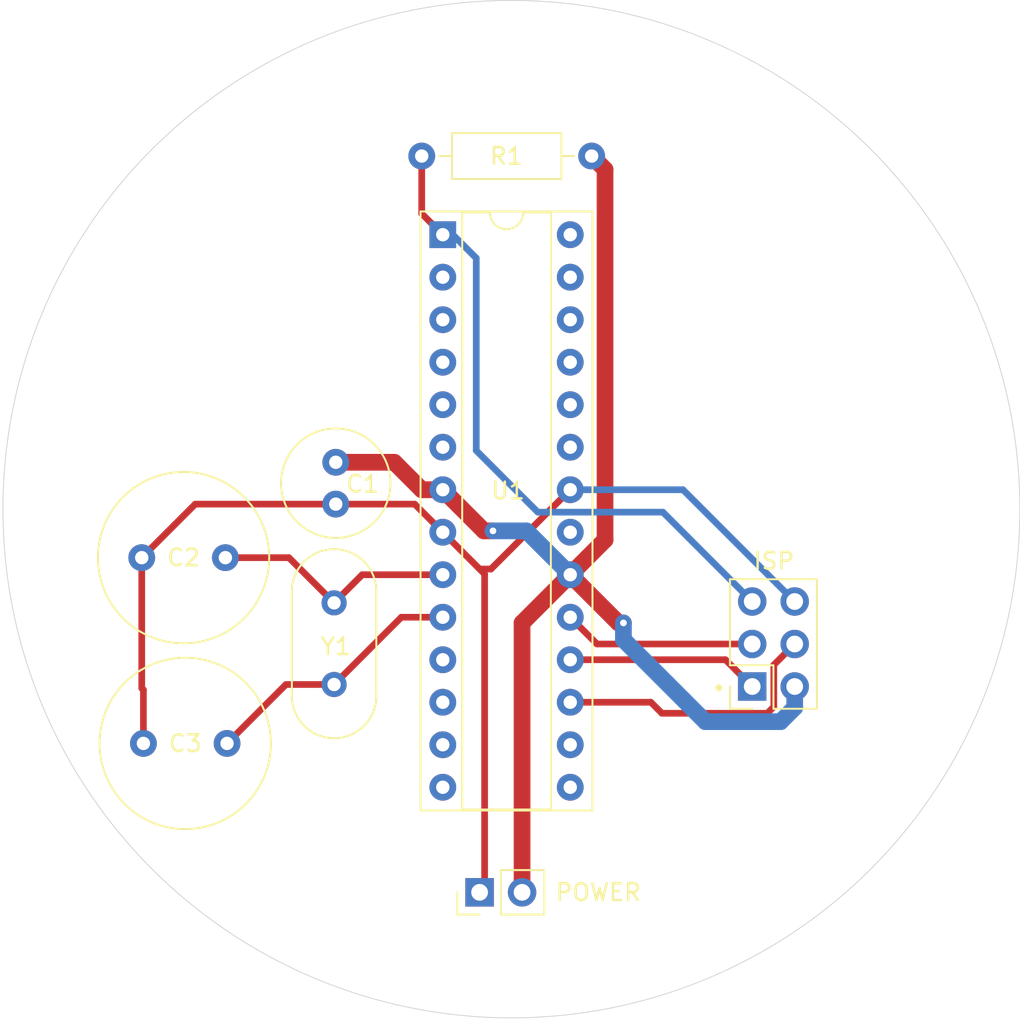
<source format=kicad_pcb>
(kicad_pcb (version 20171130) (host pcbnew "(5.1.8-0-10_14)")

  (general
    (thickness 1.6)
    (drawings 5)
    (tracks 62)
    (zones 0)
    (modules 12)
    (nets 9)
  )

  (page A4)
  (layers
    (0 F.Cu signal)
    (31 B.Cu signal)
    (32 B.Adhes user hide)
    (33 F.Adhes user hide)
    (34 B.Paste user hide)
    (35 F.Paste user hide)
    (36 B.SilkS user)
    (37 F.SilkS user)
    (38 B.Mask user hide)
    (39 F.Mask user hide)
    (40 Dwgs.User user hide)
    (41 Cmts.User user hide)
    (42 Eco1.User user hide)
    (43 Eco2.User user hide)
    (44 Edge.Cuts user)
    (45 Margin user)
    (46 B.CrtYd user hide)
    (47 F.CrtYd user hide)
    (48 B.Fab user hide)
    (49 F.Fab user hide)
  )

  (setup
    (last_trace_width 0.4)
    (trace_clearance 0.2)
    (zone_clearance 0.508)
    (zone_45_only no)
    (trace_min 0.2)
    (via_size 0.8)
    (via_drill 0.4)
    (via_min_size 0.4)
    (via_min_drill 0.3)
    (uvia_size 0.3)
    (uvia_drill 0.1)
    (uvias_allowed no)
    (uvia_min_size 0.2)
    (uvia_min_drill 0.1)
    (edge_width 0.05)
    (segment_width 0.2)
    (pcb_text_width 0.3)
    (pcb_text_size 1.5 1.5)
    (mod_edge_width 0.12)
    (mod_text_size 1 1)
    (mod_text_width 0.15)
    (pad_size 1.524 1.524)
    (pad_drill 0.762)
    (pad_to_mask_clearance 0)
    (aux_axis_origin 0 0)
    (visible_elements FFFFFF7F)
    (pcbplotparams
      (layerselection 0x010fc_ffffffff)
      (usegerberextensions false)
      (usegerberattributes true)
      (usegerberadvancedattributes true)
      (creategerberjobfile true)
      (excludeedgelayer true)
      (linewidth 0.100000)
      (plotframeref false)
      (viasonmask false)
      (mode 1)
      (useauxorigin false)
      (hpglpennumber 1)
      (hpglpenspeed 20)
      (hpglpendiameter 15.000000)
      (psnegative false)
      (psa4output false)
      (plotreference true)
      (plotvalue true)
      (plotinvisibletext false)
      (padsonsilk false)
      (subtractmaskfromsilk false)
      (outputformat 1)
      (mirror false)
      (drillshape 1)
      (scaleselection 1)
      (outputdirectory ""))
  )

  (net 0 "")
  (net 1 GND)
  (net 2 +5V)
  (net 3 "Net-(C2-Pad2)")
  (net 4 "Net-(C3-Pad2)")
  (net 5 /RESET)
  (net 6 /MOSI)
  (net 7 /SCK)
  (net 8 /MISO)

  (net_class Default "This is the default net class."
    (clearance 0.2)
    (trace_width 0.4)
    (via_dia 0.8)
    (via_drill 0.4)
    (uvia_dia 0.3)
    (uvia_drill 0.1)
    (add_net +5V)
    (add_net /MISO)
    (add_net /MOSI)
    (add_net /RESET)
    (add_net /SCK)
    (add_net GND)
    (add_net "Net-(C2-Pad2)")
    (add_net "Net-(C3-Pad2)")
    (add_net "Net-(U1-Pad11)")
    (add_net "Net-(U1-Pad12)")
    (add_net "Net-(U1-Pad13)")
    (add_net "Net-(U1-Pad14)")
    (add_net "Net-(U1-Pad15)")
    (add_net "Net-(U1-Pad16)")
    (add_net "Net-(U1-Pad2)")
    (add_net "Net-(U1-Pad21)")
    (add_net "Net-(U1-Pad23)")
    (add_net "Net-(U1-Pad24)")
    (add_net "Net-(U1-Pad25)")
    (add_net "Net-(U1-Pad26)")
    (add_net "Net-(U1-Pad27)")
    (add_net "Net-(U1-Pad28)")
    (add_net "Net-(U1-Pad3)")
    (add_net "Net-(U1-Pad4)")
    (add_net "Net-(U1-Pad5)")
    (add_net "Net-(U1-Pad6)")
  )

  (net_class PWR ""
    (clearance 0.2)
    (trace_width 1)
    (via_dia 0.8)
    (via_drill 0.4)
    (uvia_dia 0.3)
    (uvia_drill 0.1)
  )

  (module MountingHole:MountingHole_3.2mm_M3 (layer F.Cu) (tedit 56D1B4CB) (tstamp 615CEC98)
    (at 129.5 72.1)
    (descr "Mounting Hole 3.2mm, no annular, M3")
    (tags "mounting hole 3.2mm no annular m3")
    (path /6162CBFC)
    (attr virtual)
    (fp_text reference H4 (at 0 -4.2) (layer F.Fab)
      (effects (font (size 1 1) (thickness 0.15)))
    )
    (fp_text value MountingHole (at 0 4.2) (layer F.Fab)
      (effects (font (size 1 1) (thickness 0.15)))
    )
    (fp_text user %R (at 0.3 0) (layer F.Fab)
      (effects (font (size 1 1) (thickness 0.15)))
    )
    (fp_circle (center 0 0) (end 3.2 0) (layer Cmts.User) (width 0.15))
    (fp_circle (center 0 0) (end 3.45 0) (layer F.CrtYd) (width 0.05))
    (pad 1 np_thru_hole circle (at 0 0) (size 3.2 3.2) (drill 3.2) (layers *.Cu *.Mask))
  )

  (module MountingHole:MountingHole_3.2mm_M3 (layer F.Cu) (tedit 56D1B4CB) (tstamp 615CEE24)
    (at 183.4 72.1)
    (descr "Mounting Hole 3.2mm, no annular, M3")
    (tags "mounting hole 3.2mm no annular m3")
    (path /6162CBA7)
    (attr virtual)
    (fp_text reference H3 (at 0 -4.2) (layer F.Fab)
      (effects (font (size 1 1) (thickness 0.15)))
    )
    (fp_text value MountingHole (at 0 4.2) (layer F.Fab)
      (effects (font (size 1 1) (thickness 0.15)))
    )
    (fp_text user %R (at 0.3 0) (layer F.Fab)
      (effects (font (size 1 1) (thickness 0.15)))
    )
    (fp_circle (center 0 0) (end 3.2 0) (layer Cmts.User) (width 0.15))
    (fp_circle (center 0 0) (end 3.45 0) (layer F.CrtYd) (width 0.05))
    (pad 1 np_thru_hole circle (at 0 0) (size 3.2 3.2) (drill 3.2) (layers *.Cu *.Mask))
  )

  (module MountingHole:MountingHole_3.2mm_M3 (layer F.Cu) (tedit 56D1B4CB) (tstamp 615CEC88)
    (at 156.9 45.4)
    (descr "Mounting Hole 3.2mm, no annular, M3")
    (tags "mounting hole 3.2mm no annular m3")
    (path /6162C8FF)
    (attr virtual)
    (fp_text reference H2 (at 0 -4.2) (layer F.Fab)
      (effects (font (size 1 1) (thickness 0.15)))
    )
    (fp_text value MountingHole (at 0 4.2) (layer F.Fab)
      (effects (font (size 1 1) (thickness 0.15)))
    )
    (fp_text user %R (at 0.3 0) (layer F.Fab)
      (effects (font (size 1 1) (thickness 0.15)))
    )
    (fp_circle (center 0 0) (end 3.2 0) (layer Cmts.User) (width 0.15))
    (fp_circle (center 0 0) (end 3.45 0) (layer F.CrtYd) (width 0.05))
    (pad 1 np_thru_hole circle (at 0 0) (size 3.2 3.2) (drill 3.2) (layers *.Cu *.Mask))
  )

  (module MountingHole:MountingHole_3.2mm_M3 (layer F.Cu) (tedit 56D1B4CB) (tstamp 615CEC80)
    (at 156.9 99.4)
    (descr "Mounting Hole 3.2mm, no annular, M3")
    (tags "mounting hole 3.2mm no annular m3")
    (path /6162C3BB)
    (attr virtual)
    (fp_text reference H1 (at 0 -4.2) (layer F.Fab)
      (effects (font (size 1 1) (thickness 0.15)))
    )
    (fp_text value MountingHole (at 0 4.2) (layer F.Fab)
      (effects (font (size 1 1) (thickness 0.15)))
    )
    (fp_text user %R (at 0.3 0) (layer F.Fab)
      (effects (font (size 1 1) (thickness 0.15)))
    )
    (fp_circle (center 0 0) (end 3.2 0) (layer Cmts.User) (width 0.15))
    (fp_circle (center 0 0) (end 3.45 0) (layer F.CrtYd) (width 0.05))
    (pad 1 np_thru_hole circle (at 0 0) (size 3.2 3.2) (drill 3.2) (layers *.Cu *.Mask))
  )

  (module Connector_PinHeader_2.54mm:PinHeader_1x02_P2.54mm_Vertical (layer F.Cu) (tedit 59FED5CC) (tstamp 615CDF81)
    (at 154.7 95 90)
    (descr "Through hole straight pin header, 1x02, 2.54mm pitch, single row")
    (tags "Through hole pin header THT 1x02 2.54mm single row")
    (path /6161A42A)
    (fp_text reference J2 (at 0 -2.8 180) (layer F.Fab)
      (effects (font (size 1 1) (thickness 0.15)))
    )
    (fp_text value PWR (at 0 4.87 90) (layer F.Fab)
      (effects (font (size 1 1) (thickness 0.15)))
    )
    (fp_text user %R (at 0 1.27) (layer F.Fab)
      (effects (font (size 1 1) (thickness 0.15)))
    )
    (fp_line (start -0.635 -1.27) (end 1.27 -1.27) (layer F.Fab) (width 0.1))
    (fp_line (start 1.27 -1.27) (end 1.27 3.81) (layer F.Fab) (width 0.1))
    (fp_line (start 1.27 3.81) (end -1.27 3.81) (layer F.Fab) (width 0.1))
    (fp_line (start -1.27 3.81) (end -1.27 -0.635) (layer F.Fab) (width 0.1))
    (fp_line (start -1.27 -0.635) (end -0.635 -1.27) (layer F.Fab) (width 0.1))
    (fp_line (start -1.33 3.87) (end 1.33 3.87) (layer F.SilkS) (width 0.12))
    (fp_line (start -1.33 1.27) (end -1.33 3.87) (layer F.SilkS) (width 0.12))
    (fp_line (start 1.33 1.27) (end 1.33 3.87) (layer F.SilkS) (width 0.12))
    (fp_line (start -1.33 1.27) (end 1.33 1.27) (layer F.SilkS) (width 0.12))
    (fp_line (start -1.33 0) (end -1.33 -1.33) (layer F.SilkS) (width 0.12))
    (fp_line (start -1.33 -1.33) (end 0 -1.33) (layer F.SilkS) (width 0.12))
    (fp_line (start -1.8 -1.8) (end -1.8 4.35) (layer F.CrtYd) (width 0.05))
    (fp_line (start -1.8 4.35) (end 1.8 4.35) (layer F.CrtYd) (width 0.05))
    (fp_line (start 1.8 4.35) (end 1.8 -1.8) (layer F.CrtYd) (width 0.05))
    (fp_line (start 1.8 -1.8) (end -1.8 -1.8) (layer F.CrtYd) (width 0.05))
    (pad 2 thru_hole oval (at 0 2.54 90) (size 1.7 1.7) (drill 1) (layers *.Cu *.Mask)
      (net 2 +5V))
    (pad 1 thru_hole rect (at 0 0 90) (size 1.7 1.7) (drill 1) (layers *.Cu *.Mask)
      (net 1 GND))
    (model ${KISYS3DMOD}/Connector_PinHeader_2.54mm.3dshapes/PinHeader_1x02_P2.54mm_Vertical.wrl
      (at (xyz 0 0 0))
      (scale (xyz 1 1 1))
      (rotate (xyz 0 0 0))
    )
  )

  (module Crystal:Crystal_HC49-U_Vertical (layer F.Cu) (tedit 5A1AD3B8) (tstamp 615CD63B)
    (at 146 77.7 270)
    (descr "Crystal THT HC-49/U http://5hertz.com/pdfs/04404_D.pdf")
    (tags "THT crystalHC-49/U")
    (path /615EDB3E)
    (fp_text reference Y1 (at 2.6 -0.1 180) (layer F.SilkS)
      (effects (font (size 1 1) (thickness 0.15)))
    )
    (fp_text value Crystal (at 2.44 3.525 90) (layer F.Fab)
      (effects (font (size 1 1) (thickness 0.15)))
    )
    (fp_arc (start 5.565 0) (end 5.565 -2.525) (angle 180) (layer F.SilkS) (width 0.12))
    (fp_arc (start -0.685 0) (end -0.685 -2.525) (angle -180) (layer F.SilkS) (width 0.12))
    (fp_arc (start 5.44 0) (end 5.44 -2) (angle 180) (layer F.Fab) (width 0.1))
    (fp_arc (start -0.56 0) (end -0.56 -2) (angle -180) (layer F.Fab) (width 0.1))
    (fp_arc (start 5.565 0) (end 5.565 -2.325) (angle 180) (layer F.Fab) (width 0.1))
    (fp_arc (start -0.685 0) (end -0.685 -2.325) (angle -180) (layer F.Fab) (width 0.1))
    (fp_text user %R (at 2.44 0 90) (layer F.Fab)
      (effects (font (size 1 1) (thickness 0.15)))
    )
    (fp_line (start -0.685 -2.325) (end 5.565 -2.325) (layer F.Fab) (width 0.1))
    (fp_line (start -0.685 2.325) (end 5.565 2.325) (layer F.Fab) (width 0.1))
    (fp_line (start -0.56 -2) (end 5.44 -2) (layer F.Fab) (width 0.1))
    (fp_line (start -0.56 2) (end 5.44 2) (layer F.Fab) (width 0.1))
    (fp_line (start -0.685 -2.525) (end 5.565 -2.525) (layer F.SilkS) (width 0.12))
    (fp_line (start -0.685 2.525) (end 5.565 2.525) (layer F.SilkS) (width 0.12))
    (fp_line (start -3.5 -2.8) (end -3.5 2.8) (layer F.CrtYd) (width 0.05))
    (fp_line (start -3.5 2.8) (end 8.4 2.8) (layer F.CrtYd) (width 0.05))
    (fp_line (start 8.4 2.8) (end 8.4 -2.8) (layer F.CrtYd) (width 0.05))
    (fp_line (start 8.4 -2.8) (end -3.5 -2.8) (layer F.CrtYd) (width 0.05))
    (pad 2 thru_hole circle (at 4.88 0 270) (size 1.5 1.5) (drill 0.8) (layers *.Cu *.Mask)
      (net 4 "Net-(C3-Pad2)"))
    (pad 1 thru_hole circle (at 0 0 270) (size 1.5 1.5) (drill 0.8) (layers *.Cu *.Mask)
      (net 3 "Net-(C2-Pad2)"))
    (model ${KISYS3DMOD}/Crystal.3dshapes/Crystal_HC49-U_Vertical.wrl
      (at (xyz 0 0 0))
      (scale (xyz 1 1 1))
      (rotate (xyz 0 0 0))
    )
  )

  (module Package_DIP:DIP-28_W7.62mm_Socket (layer F.Cu) (tedit 5A02E8C5) (tstamp 615CD624)
    (at 152.5 55.7)
    (descr "28-lead though-hole mounted DIP package, row spacing 7.62 mm (300 mils), Socket")
    (tags "THT DIP DIL PDIP 2.54mm 7.62mm 300mil Socket")
    (path /615C7671)
    (fp_text reference U1 (at 3.9 15.3) (layer F.SilkS)
      (effects (font (size 1 1) (thickness 0.15)))
    )
    (fp_text value ATmega328P-PU (at 3.81 35.35) (layer F.Fab)
      (effects (font (size 1 1) (thickness 0.15)))
    )
    (fp_text user %R (at 3.81 16.51) (layer F.Fab)
      (effects (font (size 1 1) (thickness 0.15)))
    )
    (fp_arc (start 3.81 -1.33) (end 2.81 -1.33) (angle -180) (layer F.SilkS) (width 0.12))
    (fp_line (start 1.635 -1.27) (end 6.985 -1.27) (layer F.Fab) (width 0.1))
    (fp_line (start 6.985 -1.27) (end 6.985 34.29) (layer F.Fab) (width 0.1))
    (fp_line (start 6.985 34.29) (end 0.635 34.29) (layer F.Fab) (width 0.1))
    (fp_line (start 0.635 34.29) (end 0.635 -0.27) (layer F.Fab) (width 0.1))
    (fp_line (start 0.635 -0.27) (end 1.635 -1.27) (layer F.Fab) (width 0.1))
    (fp_line (start -1.27 -1.33) (end -1.27 34.35) (layer F.Fab) (width 0.1))
    (fp_line (start -1.27 34.35) (end 8.89 34.35) (layer F.Fab) (width 0.1))
    (fp_line (start 8.89 34.35) (end 8.89 -1.33) (layer F.Fab) (width 0.1))
    (fp_line (start 8.89 -1.33) (end -1.27 -1.33) (layer F.Fab) (width 0.1))
    (fp_line (start 2.81 -1.33) (end 1.16 -1.33) (layer F.SilkS) (width 0.12))
    (fp_line (start 1.16 -1.33) (end 1.16 34.35) (layer F.SilkS) (width 0.12))
    (fp_line (start 1.16 34.35) (end 6.46 34.35) (layer F.SilkS) (width 0.12))
    (fp_line (start 6.46 34.35) (end 6.46 -1.33) (layer F.SilkS) (width 0.12))
    (fp_line (start 6.46 -1.33) (end 4.81 -1.33) (layer F.SilkS) (width 0.12))
    (fp_line (start -1.33 -1.39) (end -1.33 34.41) (layer F.SilkS) (width 0.12))
    (fp_line (start -1.33 34.41) (end 8.95 34.41) (layer F.SilkS) (width 0.12))
    (fp_line (start 8.95 34.41) (end 8.95 -1.39) (layer F.SilkS) (width 0.12))
    (fp_line (start 8.95 -1.39) (end -1.33 -1.39) (layer F.SilkS) (width 0.12))
    (fp_line (start -1.55 -1.6) (end -1.55 34.65) (layer F.CrtYd) (width 0.05))
    (fp_line (start -1.55 34.65) (end 9.15 34.65) (layer F.CrtYd) (width 0.05))
    (fp_line (start 9.15 34.65) (end 9.15 -1.6) (layer F.CrtYd) (width 0.05))
    (fp_line (start 9.15 -1.6) (end -1.55 -1.6) (layer F.CrtYd) (width 0.05))
    (pad 28 thru_hole oval (at 7.62 0) (size 1.6 1.6) (drill 0.8) (layers *.Cu *.Mask))
    (pad 14 thru_hole oval (at 0 33.02) (size 1.6 1.6) (drill 0.8) (layers *.Cu *.Mask))
    (pad 27 thru_hole oval (at 7.62 2.54) (size 1.6 1.6) (drill 0.8) (layers *.Cu *.Mask))
    (pad 13 thru_hole oval (at 0 30.48) (size 1.6 1.6) (drill 0.8) (layers *.Cu *.Mask))
    (pad 26 thru_hole oval (at 7.62 5.08) (size 1.6 1.6) (drill 0.8) (layers *.Cu *.Mask))
    (pad 12 thru_hole oval (at 0 27.94) (size 1.6 1.6) (drill 0.8) (layers *.Cu *.Mask))
    (pad 25 thru_hole oval (at 7.62 7.62) (size 1.6 1.6) (drill 0.8) (layers *.Cu *.Mask))
    (pad 11 thru_hole oval (at 0 25.4) (size 1.6 1.6) (drill 0.8) (layers *.Cu *.Mask))
    (pad 24 thru_hole oval (at 7.62 10.16) (size 1.6 1.6) (drill 0.8) (layers *.Cu *.Mask))
    (pad 10 thru_hole oval (at 0 22.86) (size 1.6 1.6) (drill 0.8) (layers *.Cu *.Mask)
      (net 4 "Net-(C3-Pad2)"))
    (pad 23 thru_hole oval (at 7.62 12.7) (size 1.6 1.6) (drill 0.8) (layers *.Cu *.Mask))
    (pad 9 thru_hole oval (at 0 20.32) (size 1.6 1.6) (drill 0.8) (layers *.Cu *.Mask)
      (net 3 "Net-(C2-Pad2)"))
    (pad 22 thru_hole oval (at 7.62 15.24) (size 1.6 1.6) (drill 0.8) (layers *.Cu *.Mask)
      (net 1 GND))
    (pad 8 thru_hole oval (at 0 17.78) (size 1.6 1.6) (drill 0.8) (layers *.Cu *.Mask)
      (net 1 GND))
    (pad 21 thru_hole oval (at 7.62 17.78) (size 1.6 1.6) (drill 0.8) (layers *.Cu *.Mask))
    (pad 7 thru_hole oval (at 0 15.24) (size 1.6 1.6) (drill 0.8) (layers *.Cu *.Mask)
      (net 2 +5V))
    (pad 20 thru_hole oval (at 7.62 20.32) (size 1.6 1.6) (drill 0.8) (layers *.Cu *.Mask)
      (net 2 +5V))
    (pad 6 thru_hole oval (at 0 12.7) (size 1.6 1.6) (drill 0.8) (layers *.Cu *.Mask))
    (pad 19 thru_hole oval (at 7.62 22.86) (size 1.6 1.6) (drill 0.8) (layers *.Cu *.Mask)
      (net 7 /SCK))
    (pad 5 thru_hole oval (at 0 10.16) (size 1.6 1.6) (drill 0.8) (layers *.Cu *.Mask))
    (pad 18 thru_hole oval (at 7.62 25.4) (size 1.6 1.6) (drill 0.8) (layers *.Cu *.Mask)
      (net 8 /MISO))
    (pad 4 thru_hole oval (at 0 7.62) (size 1.6 1.6) (drill 0.8) (layers *.Cu *.Mask))
    (pad 17 thru_hole oval (at 7.62 27.94) (size 1.6 1.6) (drill 0.8) (layers *.Cu *.Mask)
      (net 6 /MOSI))
    (pad 3 thru_hole oval (at 0 5.08) (size 1.6 1.6) (drill 0.8) (layers *.Cu *.Mask))
    (pad 16 thru_hole oval (at 7.62 30.48) (size 1.6 1.6) (drill 0.8) (layers *.Cu *.Mask))
    (pad 2 thru_hole oval (at 0 2.54) (size 1.6 1.6) (drill 0.8) (layers *.Cu *.Mask))
    (pad 15 thru_hole oval (at 7.62 33.02) (size 1.6 1.6) (drill 0.8) (layers *.Cu *.Mask))
    (pad 1 thru_hole rect (at 0 0) (size 1.6 1.6) (drill 0.8) (layers *.Cu *.Mask)
      (net 5 /RESET))
    (model ${KISYS3DMOD}/Package_DIP.3dshapes/DIP-28_W7.62mm_Socket.wrl
      (at (xyz 0 0 0))
      (scale (xyz 1 1 1))
      (rotate (xyz 0 0 0))
    )
  )

  (module Resistor_THT:R_Axial_DIN0207_L6.3mm_D2.5mm_P10.16mm_Horizontal (layer F.Cu) (tedit 5AE5139B) (tstamp 615CDA2C)
    (at 161.4 51 180)
    (descr "Resistor, Axial_DIN0207 series, Axial, Horizontal, pin pitch=10.16mm, 0.25W = 1/4W, length*diameter=6.3*2.5mm^2, http://cdn-reichelt.de/documents/datenblatt/B400/1_4W%23YAG.pdf")
    (tags "Resistor Axial_DIN0207 series Axial Horizontal pin pitch 10.16mm 0.25W = 1/4W length 6.3mm diameter 2.5mm")
    (path /615E18C4)
    (fp_text reference R1 (at 5.1 0) (layer F.SilkS)
      (effects (font (size 1 1) (thickness 0.15)))
    )
    (fp_text value 10K (at 5.08 2.37) (layer F.Fab)
      (effects (font (size 1 1) (thickness 0.15)))
    )
    (fp_text user %R (at 5.08 0) (layer F.Fab)
      (effects (font (size 1 1) (thickness 0.15)))
    )
    (fp_line (start 1.93 -1.25) (end 1.93 1.25) (layer F.Fab) (width 0.1))
    (fp_line (start 1.93 1.25) (end 8.23 1.25) (layer F.Fab) (width 0.1))
    (fp_line (start 8.23 1.25) (end 8.23 -1.25) (layer F.Fab) (width 0.1))
    (fp_line (start 8.23 -1.25) (end 1.93 -1.25) (layer F.Fab) (width 0.1))
    (fp_line (start 0 0) (end 1.93 0) (layer F.Fab) (width 0.1))
    (fp_line (start 10.16 0) (end 8.23 0) (layer F.Fab) (width 0.1))
    (fp_line (start 1.81 -1.37) (end 1.81 1.37) (layer F.SilkS) (width 0.12))
    (fp_line (start 1.81 1.37) (end 8.35 1.37) (layer F.SilkS) (width 0.12))
    (fp_line (start 8.35 1.37) (end 8.35 -1.37) (layer F.SilkS) (width 0.12))
    (fp_line (start 8.35 -1.37) (end 1.81 -1.37) (layer F.SilkS) (width 0.12))
    (fp_line (start 1.04 0) (end 1.81 0) (layer F.SilkS) (width 0.12))
    (fp_line (start 9.12 0) (end 8.35 0) (layer F.SilkS) (width 0.12))
    (fp_line (start -1.05 -1.5) (end -1.05 1.5) (layer F.CrtYd) (width 0.05))
    (fp_line (start -1.05 1.5) (end 11.21 1.5) (layer F.CrtYd) (width 0.05))
    (fp_line (start 11.21 1.5) (end 11.21 -1.5) (layer F.CrtYd) (width 0.05))
    (fp_line (start 11.21 -1.5) (end -1.05 -1.5) (layer F.CrtYd) (width 0.05))
    (pad 2 thru_hole oval (at 10.16 0 180) (size 1.6 1.6) (drill 0.8) (layers *.Cu *.Mask)
      (net 5 /RESET))
    (pad 1 thru_hole circle (at 0 0 180) (size 1.6 1.6) (drill 0.8) (layers *.Cu *.Mask)
      (net 2 +5V))
    (model ${KISYS3DMOD}/Resistor_THT.3dshapes/R_Axial_DIN0207_L6.3mm_D2.5mm_P10.16mm_Horizontal.wrl
      (at (xyz 0 0 0))
      (scale (xyz 1 1 1))
      (rotate (xyz 0 0 0))
    )
  )

  (module Connector_PinSocket_2.54mm:PinSocket_2x03_P2.54mm_Vertical (layer F.Cu) (tedit 5A19A425) (tstamp 615CD5D5)
    (at 171 82.7 180)
    (descr "Through hole straight socket strip, 2x03, 2.54mm pitch, double cols (from Kicad 4.0.7), script generated")
    (tags "Through hole socket strip THT 2x03 2.54mm double row")
    (path /615DB577)
    (fp_text reference J1 (at -1.27 -2.77) (layer F.Fab)
      (effects (font (size 1 1) (thickness 0.15)))
    )
    (fp_text value ISP (at -1.27 7.85) (layer F.Fab)
      (effects (font (size 1 1) (thickness 0.15)))
    )
    (fp_text user %R (at -1.27 2.54 90) (layer F.Fab)
      (effects (font (size 1 1) (thickness 0.15)))
    )
    (fp_line (start -3.81 -1.27) (end 0.27 -1.27) (layer F.Fab) (width 0.1))
    (fp_line (start 0.27 -1.27) (end 1.27 -0.27) (layer F.Fab) (width 0.1))
    (fp_line (start 1.27 -0.27) (end 1.27 6.35) (layer F.Fab) (width 0.1))
    (fp_line (start 1.27 6.35) (end -3.81 6.35) (layer F.Fab) (width 0.1))
    (fp_line (start -3.81 6.35) (end -3.81 -1.27) (layer F.Fab) (width 0.1))
    (fp_line (start -3.87 -1.33) (end -1.27 -1.33) (layer F.SilkS) (width 0.12))
    (fp_line (start -3.87 -1.33) (end -3.87 6.41) (layer F.SilkS) (width 0.12))
    (fp_line (start -3.87 6.41) (end 1.33 6.41) (layer F.SilkS) (width 0.12))
    (fp_line (start 1.33 1.27) (end 1.33 6.41) (layer F.SilkS) (width 0.12))
    (fp_line (start -1.27 1.27) (end 1.33 1.27) (layer F.SilkS) (width 0.12))
    (fp_line (start -1.27 -1.33) (end -1.27 1.27) (layer F.SilkS) (width 0.12))
    (fp_line (start 1.33 -1.33) (end 1.33 0) (layer F.SilkS) (width 0.12))
    (fp_line (start 0 -1.33) (end 1.33 -1.33) (layer F.SilkS) (width 0.12))
    (fp_line (start -4.34 -1.8) (end 1.76 -1.8) (layer F.CrtYd) (width 0.05))
    (fp_line (start 1.76 -1.8) (end 1.76 6.85) (layer F.CrtYd) (width 0.05))
    (fp_line (start 1.76 6.85) (end -4.34 6.85) (layer F.CrtYd) (width 0.05))
    (fp_line (start -4.34 6.85) (end -4.34 -1.8) (layer F.CrtYd) (width 0.05))
    (pad 6 thru_hole oval (at -2.54 5.08 180) (size 1.7 1.7) (drill 1) (layers *.Cu *.Mask)
      (net 1 GND))
    (pad 5 thru_hole oval (at 0 5.08 180) (size 1.7 1.7) (drill 1) (layers *.Cu *.Mask)
      (net 5 /RESET))
    (pad 4 thru_hole oval (at -2.54 2.54 180) (size 1.7 1.7) (drill 1) (layers *.Cu *.Mask)
      (net 6 /MOSI))
    (pad 3 thru_hole oval (at 0 2.54 180) (size 1.7 1.7) (drill 1) (layers *.Cu *.Mask)
      (net 7 /SCK))
    (pad 2 thru_hole oval (at -2.54 0 180) (size 1.7 1.7) (drill 1) (layers *.Cu *.Mask)
      (net 2 +5V))
    (pad 1 thru_hole rect (at 0 0 180) (size 1.7 1.7) (drill 1) (layers *.Cu *.Mask)
      (net 8 /MISO))
    (model ${KISYS3DMOD}/Connector_PinSocket_2.54mm.3dshapes/PinSocket_2x03_P2.54mm_Vertical.wrl
      (at (xyz 0 0 0))
      (scale (xyz 1 1 1))
      (rotate (xyz 0 0 0))
    )
  )

  (module Capacitor_THT:C_Radial_D10.0mm_H12.5mm_P5.00mm (layer F.Cu) (tedit 5BC5C9BA) (tstamp 615CD5B9)
    (at 134.6 86.1)
    (descr "C, Radial series, Radial, pin pitch=5.00mm, diameter=10mm, height=12.5mm, Non-Polar Electrolytic Capacitor")
    (tags "C Radial series Radial pin pitch 5.00mm diameter 10mm height 12.5mm Non-Polar Electrolytic Capacitor")
    (path /615F018A)
    (fp_text reference C3 (at 2.5 0) (layer F.SilkS)
      (effects (font (size 1 1) (thickness 0.15)))
    )
    (fp_text value 22pF (at 2.5 6.25) (layer F.Fab)
      (effects (font (size 1 1) (thickness 0.15)))
    )
    (fp_text user %R (at 2.5 0) (layer F.Fab)
      (effects (font (size 1 1) (thickness 0.15)))
    )
    (fp_circle (center 2.5 0) (end 7.5 0) (layer F.Fab) (width 0.1))
    (fp_circle (center 2.5 0) (end 7.62 0) (layer F.SilkS) (width 0.12))
    (fp_circle (center 2.5 0) (end 7.75 0) (layer F.CrtYd) (width 0.05))
    (pad 2 thru_hole circle (at 5 0) (size 1.6 1.6) (drill 0.8) (layers *.Cu *.Mask)
      (net 4 "Net-(C3-Pad2)"))
    (pad 1 thru_hole circle (at 0 0) (size 1.6 1.6) (drill 0.8) (layers *.Cu *.Mask)
      (net 1 GND))
    (model ${KISYS3DMOD}/Capacitor_THT.3dshapes/C_Radial_D10.0mm_H12.5mm_P5.00mm.wrl
      (at (xyz 0 0 0))
      (scale (xyz 1 1 1))
      (rotate (xyz 0 0 0))
    )
  )

  (module Capacitor_THT:C_Radial_D10.0mm_H12.5mm_P5.00mm (layer F.Cu) (tedit 5BC5C9BA) (tstamp 615CD5AF)
    (at 134.5 75)
    (descr "C, Radial series, Radial, pin pitch=5.00mm, diameter=10mm, height=12.5mm, Non-Polar Electrolytic Capacitor")
    (tags "C Radial series Radial pin pitch 5.00mm diameter 10mm height 12.5mm Non-Polar Electrolytic Capacitor")
    (path /615EF450)
    (fp_text reference C2 (at 2.5 0) (layer F.SilkS)
      (effects (font (size 1 1) (thickness 0.15)))
    )
    (fp_text value 22pF (at 2.5 6.25) (layer F.Fab)
      (effects (font (size 1 1) (thickness 0.15)))
    )
    (fp_text user %R (at 2.5 0) (layer F.Fab)
      (effects (font (size 1 1) (thickness 0.15)))
    )
    (fp_circle (center 2.5 0) (end 7.5 0) (layer F.Fab) (width 0.1))
    (fp_circle (center 2.5 0) (end 7.62 0) (layer F.SilkS) (width 0.12))
    (fp_circle (center 2.5 0) (end 7.75 0) (layer F.CrtYd) (width 0.05))
    (pad 2 thru_hole circle (at 5 0) (size 1.6 1.6) (drill 0.8) (layers *.Cu *.Mask)
      (net 3 "Net-(C2-Pad2)"))
    (pad 1 thru_hole circle (at 0 0) (size 1.6 1.6) (drill 0.8) (layers *.Cu *.Mask)
      (net 1 GND))
    (model ${KISYS3DMOD}/Capacitor_THT.3dshapes/C_Radial_D10.0mm_H12.5mm_P5.00mm.wrl
      (at (xyz 0 0 0))
      (scale (xyz 1 1 1))
      (rotate (xyz 0 0 0))
    )
  )

  (module Capacitor_THT:C_Radial_D6.3mm_H5.0mm_P2.50mm (layer F.Cu) (tedit 5BC5C9B9) (tstamp 615CD5A5)
    (at 146.1 69.3 270)
    (descr "C, Radial series, Radial, pin pitch=2.50mm, diameter=6.3mm, height=5mm, Non-Polar Electrolytic Capacitor")
    (tags "C Radial series Radial pin pitch 2.50mm diameter 6.3mm height 5mm Non-Polar Electrolytic Capacitor")
    (path /615D692F)
    (fp_text reference C1 (at 1.3 -1.6) (layer F.SilkS)
      (effects (font (size 1 1) (thickness 0.15)))
    )
    (fp_text value 100nF (at 1.25 4.4 90) (layer F.Fab)
      (effects (font (size 1 1) (thickness 0.15)))
    )
    (fp_text user %R (at 1.25 0 90) (layer F.Fab)
      (effects (font (size 1 1) (thickness 0.15)))
    )
    (fp_circle (center 1.25 0) (end 4.4 0) (layer F.Fab) (width 0.1))
    (fp_circle (center 1.25 0) (end 4.52 0) (layer F.SilkS) (width 0.12))
    (fp_circle (center 1.25 0) (end 4.65 0) (layer F.CrtYd) (width 0.05))
    (pad 2 thru_hole circle (at 2.5 0 270) (size 1.6 1.6) (drill 0.8) (layers *.Cu *.Mask)
      (net 1 GND))
    (pad 1 thru_hole circle (at 0 0 270) (size 1.6 1.6) (drill 0.8) (layers *.Cu *.Mask)
      (net 2 +5V))
    (model ${KISYS3DMOD}/Capacitor_THT.3dshapes/C_Radial_D6.3mm_H5.0mm_P2.50mm.wrl
      (at (xyz 0 0 0))
      (scale (xyz 1 1 1))
      (rotate (xyz 0 0 0))
    )
  )

  (gr_text • (at 169 82.7) (layer F.SilkS) (tstamp 615CF137)
    (effects (font (size 1 1) (thickness 0.15)))
  )
  (gr_text ISP (at 172.3 75.2) (layer F.SilkS) (tstamp 615CF134)
    (effects (font (size 1 1) (thickness 0.15)))
  )
  (gr_text POWER (at 161.8 95) (layer F.SilkS)
    (effects (font (size 1 1) (thickness 0.15)))
  )
  (dimension 54 (width 0.15) (layer Cmts.User)
    (gr_text "54.000 mm" (at 156.5 30.4) (layer Cmts.User)
      (effects (font (size 1 1) (thickness 0.15)))
    )
    (feature1 (pts (xy 183.5 72.2) (xy 183.5 31.113579)))
    (feature2 (pts (xy 129.5 72.2) (xy 129.5 31.113579)))
    (crossbar (pts (xy 129.5 31.7) (xy 183.5 31.7)))
    (arrow1a (pts (xy 183.5 31.7) (xy 182.373496 32.286421)))
    (arrow1b (pts (xy 183.5 31.7) (xy 182.373496 31.113579)))
    (arrow2a (pts (xy 129.5 31.7) (xy 130.626504 32.286421)))
    (arrow2b (pts (xy 129.5 31.7) (xy 130.626504 31.113579)))
  )
  (gr_circle (center 156.6 72.1) (end 187 72.3) (layer Edge.Cuts) (width 0.05))

  (segment (start 154.7 75.68) (end 152.5 73.48) (width 0.4) (layer F.Cu) (net 1))
  (segment (start 150.82 71.8) (end 152.5 73.48) (width 0.4) (layer F.Cu) (net 1))
  (segment (start 146.1 71.8) (end 150.82 71.8) (width 0.4) (layer F.Cu) (net 1))
  (segment (start 155.38 75.68) (end 160.12 70.94) (width 0.4) (layer F.Cu) (net 1))
  (segment (start 154.7 75.68) (end 155.38 75.68) (width 0.4) (layer F.Cu) (net 1))
  (segment (start 134.6 86.1) (end 134.6 82.9) (width 0.4) (layer F.Cu) (net 1))
  (segment (start 134.5 82.8) (end 134.5 75) (width 0.4) (layer F.Cu) (net 1))
  (segment (start 134.6 82.9) (end 134.5 82.8) (width 0.4) (layer F.Cu) (net 1))
  (segment (start 137.7 71.8) (end 146.1 71.8) (width 0.4) (layer F.Cu) (net 1))
  (segment (start 134.5 75) (end 137.7 71.8) (width 0.4) (layer F.Cu) (net 1))
  (segment (start 166.86 70.94) (end 173.54 77.62) (width 0.4) (layer B.Cu) (net 1))
  (segment (start 160.12 70.94) (end 166.86 70.94) (width 0.4) (layer B.Cu) (net 1))
  (segment (start 155 75.98) (end 154.7 75.68) (width 0.4) (layer F.Cu) (net 1))
  (segment (start 155 94.7) (end 155 75.98) (width 0.4) (layer F.Cu) (net 1))
  (segment (start 154.7 95) (end 155 94.7) (width 0.4) (layer F.Cu) (net 1))
  (segment (start 157.24 78.9) (end 160.12 76.02) (width 1) (layer F.Cu) (net 2))
  (segment (start 157.24 95) (end 157.24 78.9) (width 1) (layer F.Cu) (net 2))
  (segment (start 162.2 73.94) (end 160.12 76.02) (width 1) (layer F.Cu) (net 2))
  (segment (start 162.2 51.8) (end 162.2 73.94) (width 1) (layer F.Cu) (net 2))
  (segment (start 161.4 51) (end 162.2 51.8) (width 1) (layer F.Cu) (net 2))
  (segment (start 151.24 70.94) (end 152.5 70.94) (width 1) (layer F.Cu) (net 2))
  (segment (start 149.6 69.3) (end 151.24 70.94) (width 1) (layer F.Cu) (net 2))
  (segment (start 146.1 69.3) (end 149.6 69.3) (width 1) (layer F.Cu) (net 2))
  (via (at 155.5 73.4) (size 0.8) (drill 0.4) (layers F.Cu B.Cu) (net 2))
  (segment (start 160.12 76.02) (end 157.5 73.4) (width 1) (layer B.Cu) (net 2))
  (segment (start 157.5 73.4) (end 155.5 73.4) (width 1) (layer B.Cu) (net 2))
  (segment (start 152.5 70.94) (end 154.96 73.4) (width 1) (layer F.Cu) (net 2))
  (segment (start 154.96 73.4) (end 155.5 73.4) (width 1) (layer F.Cu) (net 2))
  (via (at 163.299998 78.9) (size 0.8) (drill 0.4) (layers F.Cu B.Cu) (net 2))
  (segment (start 160.12 76.02) (end 163 78.9) (width 1) (layer F.Cu) (net 2))
  (segment (start 163 78.9) (end 163.299998 78.9) (width 1) (layer F.Cu) (net 2))
  (segment (start 168.2 84.8) (end 163.299998 79.899998) (width 1) (layer B.Cu) (net 2))
  (segment (start 163.299998 79.899998) (end 163.299998 78.9) (width 1) (layer B.Cu) (net 2))
  (segment (start 172.7 84.8) (end 168.2 84.8) (width 1) (layer B.Cu) (net 2))
  (segment (start 173.54 83.96) (end 172.7 84.8) (width 1) (layer B.Cu) (net 2))
  (segment (start 173.54 82.7) (end 173.54 83.96) (width 1) (layer B.Cu) (net 2))
  (segment (start 147.68 76.02) (end 146 77.7) (width 0.4) (layer F.Cu) (net 3))
  (segment (start 152.5 76.02) (end 147.68 76.02) (width 0.4) (layer F.Cu) (net 3))
  (segment (start 143.3 75) (end 146 77.7) (width 0.4) (layer F.Cu) (net 3))
  (segment (start 139.5 75) (end 143.3 75) (width 0.4) (layer F.Cu) (net 3))
  (segment (start 150.02 78.56) (end 146 82.58) (width 0.4) (layer F.Cu) (net 4))
  (segment (start 152.5 78.56) (end 150.02 78.56) (width 0.4) (layer F.Cu) (net 4))
  (segment (start 143.12 82.58) (end 139.6 86.1) (width 0.4) (layer F.Cu) (net 4))
  (segment (start 146 82.58) (end 143.12 82.58) (width 0.4) (layer F.Cu) (net 4))
  (segment (start 151.24 54.44) (end 152.5 55.7) (width 0.4) (layer F.Cu) (net 5))
  (segment (start 151.24 51) (end 151.24 54.44) (width 0.4) (layer F.Cu) (net 5))
  (segment (start 153.1 55.7) (end 152.5 55.7) (width 0.4) (layer B.Cu) (net 5))
  (segment (start 171 77.62) (end 165.659999 72.279999) (width 0.4) (layer B.Cu) (net 5))
  (segment (start 154.5 57.1) (end 153.1 55.7) (width 0.4) (layer B.Cu) (net 5))
  (segment (start 154.5 68.6) (end 154.5 57.1) (width 0.4) (layer B.Cu) (net 5))
  (segment (start 158.179999 72.279999) (end 154.5 68.6) (width 0.4) (layer B.Cu) (net 5))
  (segment (start 165.659999 72.279999) (end 158.179999 72.279999) (width 0.4) (layer B.Cu) (net 5))
  (segment (start 164.94 83.64) (end 160.12 83.64) (width 0.4) (layer F.Cu) (net 6))
  (segment (start 165.6 84.3) (end 164.94 83.64) (width 0.4) (layer F.Cu) (net 6))
  (segment (start 171.9 84.3) (end 165.6 84.3) (width 0.4) (layer F.Cu) (net 6))
  (segment (start 173.54 80.16) (end 172.289999 81.410001) (width 0.4) (layer F.Cu) (net 6))
  (segment (start 172.289999 83.910001) (end 171.9 84.3) (width 0.4) (layer F.Cu) (net 6))
  (segment (start 172.289999 81.410001) (end 172.289999 83.910001) (width 0.4) (layer F.Cu) (net 6))
  (segment (start 161.72 80.16) (end 171 80.16) (width 0.4) (layer F.Cu) (net 7))
  (segment (start 160.12 78.56) (end 161.72 80.16) (width 0.4) (layer F.Cu) (net 7))
  (segment (start 169.4 81.1) (end 171 82.7) (width 0.4) (layer F.Cu) (net 8))
  (segment (start 160.12 81.1) (end 169.4 81.1) (width 0.4) (layer F.Cu) (net 8))

  (zone (net 1) (net_name GND) (layer F.Cu) (tstamp 0) (hatch edge 0.508)
    (connect_pads (clearance 0.508))
    (min_thickness 0.254)
    (fill (arc_segments 32) (thermal_gap 0.508) (thermal_bridge_width 0.508))
    (polygon
      (pts
        (xy 186.9 102.5) (xy 126.2 102.5) (xy 126.2 41.9) (xy 186.9 41.9)
      )
    )
  )
  (zone (net 0) (net_name "") (layer B.Cu) (tstamp 615CE6AB) (hatch edge 0.508)
    (connect_pads (clearance 0.508))
    (min_thickness 0.254)
    (fill (arc_segments 32) (thermal_gap 0.508) (thermal_bridge_width 0.508))
    (polygon
      (pts
        (xy 186.9 102.5) (xy 126.2 102.5) (xy 126.2 41.9) (xy 186.9 41.9)
      )
    )
  )
)

</source>
